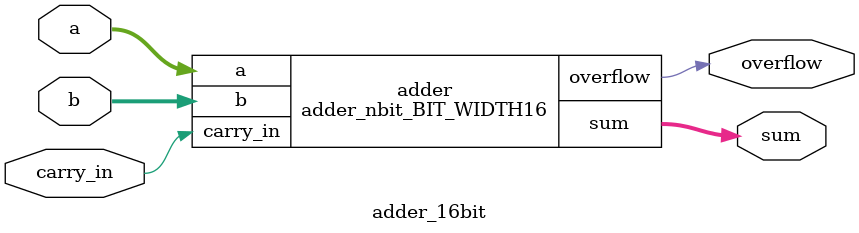
<source format=v>


module adder_1bit_15 ( a, b, carry_in, sum, carry_out );
  input a, b, carry_in;
  output sum, carry_out;
  wire   n1, n2;

  XOR2X1 U1 ( .A(carry_in), .B(n1), .Y(sum) );
  INVX1 U2 ( .A(n2), .Y(carry_out) );
  AOI22X1 U3 ( .A(b), .B(a), .C(n1), .D(carry_in), .Y(n2) );
  XOR2X1 U4 ( .A(a), .B(b), .Y(n1) );
endmodule


module adder_1bit_0 ( a, b, carry_in, sum, carry_out );
  input a, b, carry_in;
  output sum, carry_out;
  wire   n1, n2;

  XOR2X1 U1 ( .A(carry_in), .B(n1), .Y(sum) );
  INVX1 U2 ( .A(n2), .Y(carry_out) );
  AOI22X1 U3 ( .A(b), .B(a), .C(n1), .D(carry_in), .Y(n2) );
  XOR2X1 U4 ( .A(a), .B(b), .Y(n1) );
endmodule


module adder_1bit_1 ( a, b, carry_in, sum, carry_out );
  input a, b, carry_in;
  output sum, carry_out;
  wire   n1, n2;

  XOR2X1 U1 ( .A(carry_in), .B(n1), .Y(sum) );
  INVX1 U2 ( .A(n2), .Y(carry_out) );
  AOI22X1 U3 ( .A(b), .B(a), .C(n1), .D(carry_in), .Y(n2) );
  XOR2X1 U4 ( .A(a), .B(b), .Y(n1) );
endmodule


module adder_1bit_2 ( a, b, carry_in, sum, carry_out );
  input a, b, carry_in;
  output sum, carry_out;
  wire   n1, n2;

  XOR2X1 U1 ( .A(carry_in), .B(n1), .Y(sum) );
  INVX1 U2 ( .A(n2), .Y(carry_out) );
  AOI22X1 U3 ( .A(b), .B(a), .C(n1), .D(carry_in), .Y(n2) );
  XOR2X1 U4 ( .A(a), .B(b), .Y(n1) );
endmodule


module adder_1bit_3 ( a, b, carry_in, sum, carry_out );
  input a, b, carry_in;
  output sum, carry_out;
  wire   n1, n2;

  XOR2X1 U1 ( .A(carry_in), .B(n1), .Y(sum) );
  INVX1 U2 ( .A(n2), .Y(carry_out) );
  AOI22X1 U3 ( .A(b), .B(a), .C(n1), .D(carry_in), .Y(n2) );
  XOR2X1 U4 ( .A(a), .B(b), .Y(n1) );
endmodule


module adder_1bit_4 ( a, b, carry_in, sum, carry_out );
  input a, b, carry_in;
  output sum, carry_out;
  wire   n1, n2;

  XOR2X1 U1 ( .A(carry_in), .B(n1), .Y(sum) );
  INVX1 U2 ( .A(n2), .Y(carry_out) );
  AOI22X1 U3 ( .A(b), .B(a), .C(n1), .D(carry_in), .Y(n2) );
  XOR2X1 U4 ( .A(a), .B(b), .Y(n1) );
endmodule


module adder_1bit_5 ( a, b, carry_in, sum, carry_out );
  input a, b, carry_in;
  output sum, carry_out;
  wire   n1, n2;

  XOR2X1 U1 ( .A(carry_in), .B(n1), .Y(sum) );
  INVX1 U2 ( .A(n2), .Y(carry_out) );
  AOI22X1 U3 ( .A(b), .B(a), .C(n1), .D(carry_in), .Y(n2) );
  XOR2X1 U4 ( .A(a), .B(b), .Y(n1) );
endmodule


module adder_1bit_6 ( a, b, carry_in, sum, carry_out );
  input a, b, carry_in;
  output sum, carry_out;
  wire   n1, n2;

  XOR2X1 U1 ( .A(carry_in), .B(n1), .Y(sum) );
  INVX1 U2 ( .A(n2), .Y(carry_out) );
  AOI22X1 U3 ( .A(b), .B(a), .C(n1), .D(carry_in), .Y(n2) );
  XOR2X1 U4 ( .A(a), .B(b), .Y(n1) );
endmodule


module adder_1bit_7 ( a, b, carry_in, sum, carry_out );
  input a, b, carry_in;
  output sum, carry_out;
  wire   n1, n2;

  XOR2X1 U1 ( .A(carry_in), .B(n1), .Y(sum) );
  INVX1 U2 ( .A(n2), .Y(carry_out) );
  AOI22X1 U3 ( .A(b), .B(a), .C(n1), .D(carry_in), .Y(n2) );
  XOR2X1 U4 ( .A(a), .B(b), .Y(n1) );
endmodule


module adder_1bit_8 ( a, b, carry_in, sum, carry_out );
  input a, b, carry_in;
  output sum, carry_out;
  wire   n1, n2;

  XOR2X1 U1 ( .A(carry_in), .B(n1), .Y(sum) );
  INVX1 U2 ( .A(n2), .Y(carry_out) );
  AOI22X1 U3 ( .A(b), .B(a), .C(n1), .D(carry_in), .Y(n2) );
  XOR2X1 U4 ( .A(a), .B(b), .Y(n1) );
endmodule


module adder_1bit_9 ( a, b, carry_in, sum, carry_out );
  input a, b, carry_in;
  output sum, carry_out;
  wire   n1, n2;

  XOR2X1 U1 ( .A(carry_in), .B(n1), .Y(sum) );
  INVX1 U2 ( .A(n2), .Y(carry_out) );
  AOI22X1 U3 ( .A(b), .B(a), .C(n1), .D(carry_in), .Y(n2) );
  XOR2X1 U4 ( .A(a), .B(b), .Y(n1) );
endmodule


module adder_1bit_10 ( a, b, carry_in, sum, carry_out );
  input a, b, carry_in;
  output sum, carry_out;
  wire   n1, n2;

  XOR2X1 U1 ( .A(carry_in), .B(n1), .Y(sum) );
  INVX1 U2 ( .A(n2), .Y(carry_out) );
  AOI22X1 U3 ( .A(b), .B(a), .C(n1), .D(carry_in), .Y(n2) );
  XOR2X1 U4 ( .A(a), .B(b), .Y(n1) );
endmodule


module adder_1bit_11 ( a, b, carry_in, sum, carry_out );
  input a, b, carry_in;
  output sum, carry_out;
  wire   n1, n2;

  XOR2X1 U1 ( .A(carry_in), .B(n1), .Y(sum) );
  INVX1 U2 ( .A(n2), .Y(carry_out) );
  AOI22X1 U3 ( .A(b), .B(a), .C(n1), .D(carry_in), .Y(n2) );
  XOR2X1 U4 ( .A(a), .B(b), .Y(n1) );
endmodule


module adder_1bit_12 ( a, b, carry_in, sum, carry_out );
  input a, b, carry_in;
  output sum, carry_out;
  wire   n1, n2;

  XOR2X1 U1 ( .A(carry_in), .B(n1), .Y(sum) );
  INVX1 U2 ( .A(n2), .Y(carry_out) );
  AOI22X1 U3 ( .A(b), .B(a), .C(n1), .D(carry_in), .Y(n2) );
  XOR2X1 U4 ( .A(a), .B(b), .Y(n1) );
endmodule


module adder_1bit_13 ( a, b, carry_in, sum, carry_out );
  input a, b, carry_in;
  output sum, carry_out;
  wire   n1, n2;

  XOR2X1 U1 ( .A(carry_in), .B(n1), .Y(sum) );
  INVX1 U2 ( .A(n2), .Y(carry_out) );
  AOI22X1 U3 ( .A(b), .B(a), .C(n1), .D(carry_in), .Y(n2) );
  XOR2X1 U4 ( .A(a), .B(b), .Y(n1) );
endmodule


module adder_1bit_14 ( a, b, carry_in, sum, carry_out );
  input a, b, carry_in;
  output sum, carry_out;
  wire   n1, n2;

  XOR2X1 U1 ( .A(carry_in), .B(n1), .Y(sum) );
  INVX1 U2 ( .A(n2), .Y(carry_out) );
  AOI22X1 U3 ( .A(b), .B(a), .C(n1), .D(carry_in), .Y(n2) );
  XOR2X1 U4 ( .A(a), .B(b), .Y(n1) );
endmodule


module adder_nbit_BIT_WIDTH16 ( a, b, carry_in, overflow, sum );
  input [15:0] a;
  input [15:0] b;
  output [15:0] sum;
  input carry_in;
  output overflow;

  wire   [15:1] carrys;

  adder_1bit_15 \genblk1[0].IX  ( .a(a[0]), .b(b[0]), .carry_in(carry_in), 
        .sum(sum[0]), .carry_out(carrys[1]) );
  adder_1bit_14 \genblk1[1].IX  ( .a(a[1]), .b(b[1]), .carry_in(carrys[1]), 
        .sum(sum[1]), .carry_out(carrys[2]) );
  adder_1bit_13 \genblk1[2].IX  ( .a(a[2]), .b(b[2]), .carry_in(carrys[2]), 
        .sum(sum[2]), .carry_out(carrys[3]) );
  adder_1bit_12 \genblk1[3].IX  ( .a(a[3]), .b(b[3]), .carry_in(carrys[3]), 
        .sum(sum[3]), .carry_out(carrys[4]) );
  adder_1bit_11 \genblk1[4].IX  ( .a(a[4]), .b(b[4]), .carry_in(carrys[4]), 
        .sum(sum[4]), .carry_out(carrys[5]) );
  adder_1bit_10 \genblk1[5].IX  ( .a(a[5]), .b(b[5]), .carry_in(carrys[5]), 
        .sum(sum[5]), .carry_out(carrys[6]) );
  adder_1bit_9 \genblk1[6].IX  ( .a(a[6]), .b(b[6]), .carry_in(carrys[6]), 
        .sum(sum[6]), .carry_out(carrys[7]) );
  adder_1bit_8 \genblk1[7].IX  ( .a(a[7]), .b(b[7]), .carry_in(carrys[7]), 
        .sum(sum[7]), .carry_out(carrys[8]) );
  adder_1bit_7 \genblk1[8].IX  ( .a(a[8]), .b(b[8]), .carry_in(carrys[8]), 
        .sum(sum[8]), .carry_out(carrys[9]) );
  adder_1bit_6 \genblk1[9].IX  ( .a(a[9]), .b(b[9]), .carry_in(carrys[9]), 
        .sum(sum[9]), .carry_out(carrys[10]) );
  adder_1bit_5 \genblk1[10].IX  ( .a(a[10]), .b(b[10]), .carry_in(carrys[10]), 
        .sum(sum[10]), .carry_out(carrys[11]) );
  adder_1bit_4 \genblk1[11].IX  ( .a(a[11]), .b(b[11]), .carry_in(carrys[11]), 
        .sum(sum[11]), .carry_out(carrys[12]) );
  adder_1bit_3 \genblk1[12].IX  ( .a(a[12]), .b(b[12]), .carry_in(carrys[12]), 
        .sum(sum[12]), .carry_out(carrys[13]) );
  adder_1bit_2 \genblk1[13].IX  ( .a(a[13]), .b(b[13]), .carry_in(carrys[13]), 
        .sum(sum[13]), .carry_out(carrys[14]) );
  adder_1bit_1 \genblk1[14].IX  ( .a(a[14]), .b(b[14]), .carry_in(carrys[14]), 
        .sum(sum[14]), .carry_out(carrys[15]) );
  adder_1bit_0 \genblk1[15].IX  ( .a(a[15]), .b(b[15]), .carry_in(carrys[15]), 
        .sum(sum[15]), .carry_out(overflow) );
endmodule


module adder_16bit ( a, b, carry_in, sum, overflow );
  input [15:0] a;
  input [15:0] b;
  output [15:0] sum;
  input carry_in;
  output overflow;


  adder_nbit_BIT_WIDTH16 adder ( .a(a), .b(b), .carry_in(carry_in), .overflow(
        overflow), .sum(sum) );
endmodule


</source>
